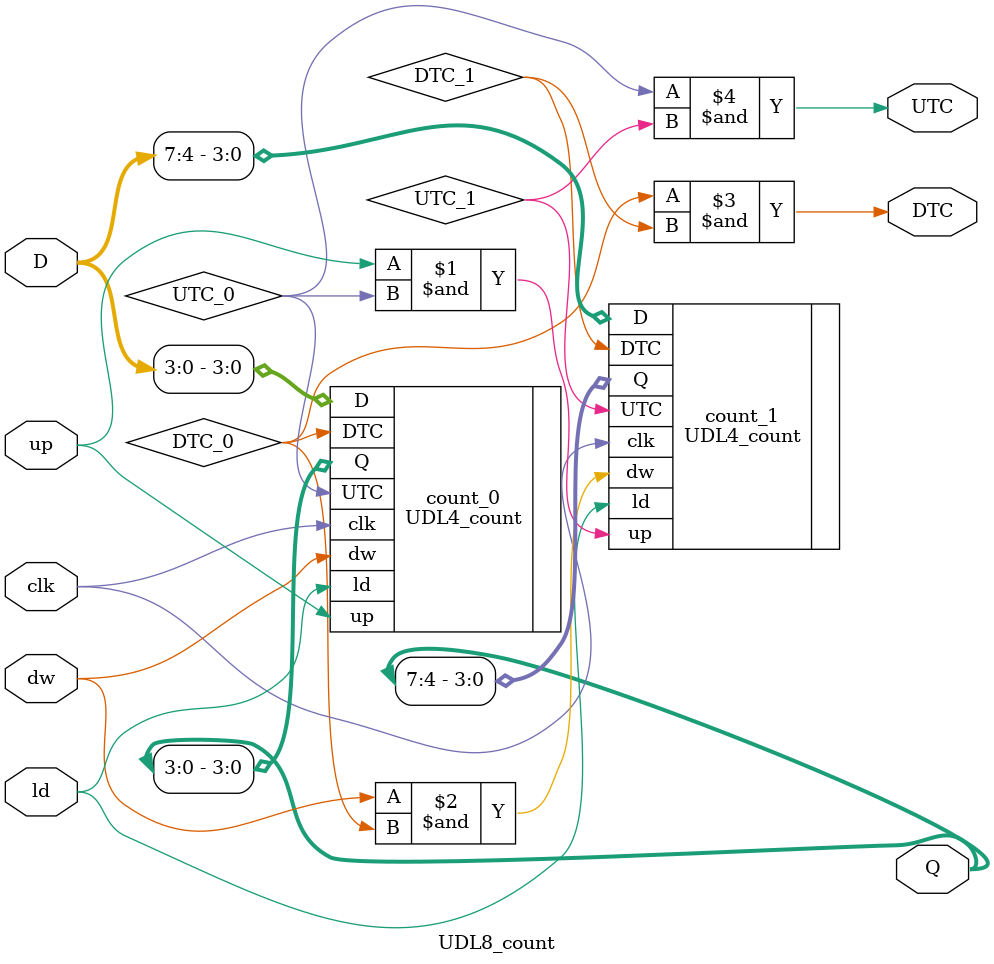
<source format=v>
`timescale 1ns / 1ps


module UDL8_count(
    input [7:0] D,
    input up,
    input dw,
    input ld,
    input clk,
    output UTC,
    output DTC,
    output [7:0] Q
    );
    
    //declare wires to store DTC and UTC
    wire UTC_0, UTC_1, DTC_0, DTC_1;
    
    //call two instances of UDL4 count
    UDL4_count count_0(.clk(clk),.D(D[3:0]),.up(up),.dw(dw),.ld(ld),.UTC(UTC_0),.DTC(DTC_0),.Q(Q[3:0]));
    UDL4_count count_1(.clk(clk),.D(D[7:4]),.up(up&UTC_0),.dw(dw&DTC_0),.ld(ld),.UTC(UTC_1),.DTC(DTC_1),.Q(Q[7:4]));
    
    //assign outputs
    assign DTC = DTC_0&DTC_1;//zero
    assign UTC = UTC_0&UTC_1;//max value
    
    
endmodule

</source>
